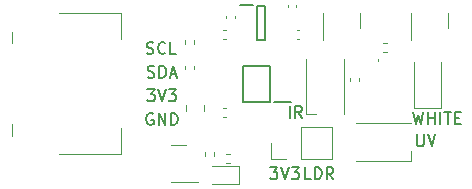
<source format=gbr>
%TF.GenerationSoftware,KiCad,Pcbnew,(6.0.0)*%
%TF.CreationDate,2022-11-23T19:14:59+00:00*%
%TF.ProjectId,Grove-Spectra,47726f76-652d-4537-9065-637472612e6b,A*%
%TF.SameCoordinates,Original*%
%TF.FileFunction,Legend,Top*%
%TF.FilePolarity,Positive*%
%FSLAX46Y46*%
G04 Gerber Fmt 4.6, Leading zero omitted, Abs format (unit mm)*
G04 Created by KiCad (PCBNEW (6.0.0)) date 2022-11-23 19:14:59*
%MOMM*%
%LPD*%
G01*
G04 APERTURE LIST*
%ADD10C,0.150000*%
%ADD11C,0.120000*%
%ADD12C,0.100000*%
%ADD13C,0.200000*%
G04 APERTURE END LIST*
D10*
X155485714Y-92852380D02*
X155485714Y-93661904D01*
X155533333Y-93757142D01*
X155580952Y-93804761D01*
X155676190Y-93852380D01*
X155866666Y-93852380D01*
X155961904Y-93804761D01*
X156009523Y-93757142D01*
X156057142Y-93661904D01*
X156057142Y-92852380D01*
X156390476Y-92852380D02*
X156723809Y-93852380D01*
X157057142Y-92852380D01*
X132609523Y-86004761D02*
X132752380Y-86052380D01*
X132990476Y-86052380D01*
X133085714Y-86004761D01*
X133133333Y-85957142D01*
X133180952Y-85861904D01*
X133180952Y-85766666D01*
X133133333Y-85671428D01*
X133085714Y-85623809D01*
X132990476Y-85576190D01*
X132800000Y-85528571D01*
X132704761Y-85480952D01*
X132657142Y-85433333D01*
X132609523Y-85338095D01*
X132609523Y-85242857D01*
X132657142Y-85147619D01*
X132704761Y-85100000D01*
X132800000Y-85052380D01*
X133038095Y-85052380D01*
X133180952Y-85100000D01*
X134180952Y-85957142D02*
X134133333Y-86004761D01*
X133990476Y-86052380D01*
X133895238Y-86052380D01*
X133752380Y-86004761D01*
X133657142Y-85909523D01*
X133609523Y-85814285D01*
X133561904Y-85623809D01*
X133561904Y-85480952D01*
X133609523Y-85290476D01*
X133657142Y-85195238D01*
X133752380Y-85100000D01*
X133895238Y-85052380D01*
X133990476Y-85052380D01*
X134133333Y-85100000D01*
X134180952Y-85147619D01*
X135085714Y-86052380D02*
X134609523Y-86052380D01*
X134609523Y-85052380D01*
X155176190Y-90952380D02*
X155414285Y-91952380D01*
X155604761Y-91238095D01*
X155795238Y-91952380D01*
X156033333Y-90952380D01*
X156414285Y-91952380D02*
X156414285Y-90952380D01*
X156414285Y-91428571D02*
X156985714Y-91428571D01*
X156985714Y-91952380D02*
X156985714Y-90952380D01*
X157461904Y-91952380D02*
X157461904Y-90952380D01*
X157795238Y-90952380D02*
X158366666Y-90952380D01*
X158080952Y-91952380D02*
X158080952Y-90952380D01*
X158700000Y-91428571D02*
X159033333Y-91428571D01*
X159176190Y-91952380D02*
X158700000Y-91952380D01*
X158700000Y-90952380D01*
X159176190Y-90952380D01*
X143061904Y-95652380D02*
X143680952Y-95652380D01*
X143347619Y-96033333D01*
X143490476Y-96033333D01*
X143585714Y-96080952D01*
X143633333Y-96128571D01*
X143680952Y-96223809D01*
X143680952Y-96461904D01*
X143633333Y-96557142D01*
X143585714Y-96604761D01*
X143490476Y-96652380D01*
X143204761Y-96652380D01*
X143109523Y-96604761D01*
X143061904Y-96557142D01*
X143966666Y-95652380D02*
X144300000Y-96652380D01*
X144633333Y-95652380D01*
X144871428Y-95652380D02*
X145490476Y-95652380D01*
X145157142Y-96033333D01*
X145300000Y-96033333D01*
X145395238Y-96080952D01*
X145442857Y-96128571D01*
X145490476Y-96223809D01*
X145490476Y-96461904D01*
X145442857Y-96557142D01*
X145395238Y-96604761D01*
X145300000Y-96652380D01*
X145014285Y-96652380D01*
X144919047Y-96604761D01*
X144871428Y-96557142D01*
X144700000Y-91452380D02*
X144700000Y-90452380D01*
X145747619Y-91452380D02*
X145414285Y-90976190D01*
X145176190Y-91452380D02*
X145176190Y-90452380D01*
X145557142Y-90452380D01*
X145652380Y-90500000D01*
X145700000Y-90547619D01*
X145747619Y-90642857D01*
X145747619Y-90785714D01*
X145700000Y-90880952D01*
X145652380Y-90928571D01*
X145557142Y-90976190D01*
X145176190Y-90976190D01*
X133138095Y-91100000D02*
X133042857Y-91052380D01*
X132900000Y-91052380D01*
X132757142Y-91100000D01*
X132661904Y-91195238D01*
X132614285Y-91290476D01*
X132566666Y-91480952D01*
X132566666Y-91623809D01*
X132614285Y-91814285D01*
X132661904Y-91909523D01*
X132757142Y-92004761D01*
X132900000Y-92052380D01*
X132995238Y-92052380D01*
X133138095Y-92004761D01*
X133185714Y-91957142D01*
X133185714Y-91623809D01*
X132995238Y-91623809D01*
X133614285Y-92052380D02*
X133614285Y-91052380D01*
X134185714Y-92052380D01*
X134185714Y-91052380D01*
X134661904Y-92052380D02*
X134661904Y-91052380D01*
X134900000Y-91052380D01*
X135042857Y-91100000D01*
X135138095Y-91195238D01*
X135185714Y-91290476D01*
X135233333Y-91480952D01*
X135233333Y-91623809D01*
X135185714Y-91814285D01*
X135138095Y-91909523D01*
X135042857Y-92004761D01*
X134900000Y-92052380D01*
X134661904Y-92052380D01*
X132685714Y-88004761D02*
X132828571Y-88052380D01*
X133066666Y-88052380D01*
X133161904Y-88004761D01*
X133209523Y-87957142D01*
X133257142Y-87861904D01*
X133257142Y-87766666D01*
X133209523Y-87671428D01*
X133161904Y-87623809D01*
X133066666Y-87576190D01*
X132876190Y-87528571D01*
X132780952Y-87480952D01*
X132733333Y-87433333D01*
X132685714Y-87338095D01*
X132685714Y-87242857D01*
X132733333Y-87147619D01*
X132780952Y-87100000D01*
X132876190Y-87052380D01*
X133114285Y-87052380D01*
X133257142Y-87100000D01*
X133685714Y-88052380D02*
X133685714Y-87052380D01*
X133923809Y-87052380D01*
X134066666Y-87100000D01*
X134161904Y-87195238D01*
X134209523Y-87290476D01*
X134257142Y-87480952D01*
X134257142Y-87623809D01*
X134209523Y-87814285D01*
X134161904Y-87909523D01*
X134066666Y-88004761D01*
X133923809Y-88052380D01*
X133685714Y-88052380D01*
X134638095Y-87766666D02*
X135114285Y-87766666D01*
X134542857Y-88052380D02*
X134876190Y-87052380D01*
X135209523Y-88052380D01*
X132661904Y-89052380D02*
X133280952Y-89052380D01*
X132947619Y-89433333D01*
X133090476Y-89433333D01*
X133185714Y-89480952D01*
X133233333Y-89528571D01*
X133280952Y-89623809D01*
X133280952Y-89861904D01*
X133233333Y-89957142D01*
X133185714Y-90004761D01*
X133090476Y-90052380D01*
X132804761Y-90052380D01*
X132709523Y-90004761D01*
X132661904Y-89957142D01*
X133566666Y-89052380D02*
X133900000Y-90052380D01*
X134233333Y-89052380D01*
X134471428Y-89052380D02*
X135090476Y-89052380D01*
X134757142Y-89433333D01*
X134900000Y-89433333D01*
X134995238Y-89480952D01*
X135042857Y-89528571D01*
X135090476Y-89623809D01*
X135090476Y-89861904D01*
X135042857Y-89957142D01*
X134995238Y-90004761D01*
X134900000Y-90052380D01*
X134614285Y-90052380D01*
X134519047Y-90004761D01*
X134471428Y-89957142D01*
X146509523Y-96652380D02*
X146033333Y-96652380D01*
X146033333Y-95652380D01*
X146842857Y-96652380D02*
X146842857Y-95652380D01*
X147080952Y-95652380D01*
X147223809Y-95700000D01*
X147319047Y-95795238D01*
X147366666Y-95890476D01*
X147414285Y-96080952D01*
X147414285Y-96223809D01*
X147366666Y-96414285D01*
X147319047Y-96509523D01*
X147223809Y-96604761D01*
X147080952Y-96652380D01*
X146842857Y-96652380D01*
X148414285Y-96652380D02*
X148080952Y-96176190D01*
X147842857Y-96652380D02*
X147842857Y-95652380D01*
X148223809Y-95652380D01*
X148319047Y-95700000D01*
X148366666Y-95747619D01*
X148414285Y-95842857D01*
X148414285Y-95985714D01*
X148366666Y-96080952D01*
X148319047Y-96128571D01*
X148223809Y-96176190D01*
X147842857Y-96176190D01*
D11*
%TO.C,R1*%
X139036359Y-84780000D02*
X139343641Y-84780000D01*
X139036359Y-84020000D02*
X139343641Y-84020000D01*
D12*
%TO.C,IC2*%
X152200000Y-86600000D02*
X152200000Y-86600000D01*
X152200000Y-86500000D02*
X152200000Y-86500000D01*
X152200000Y-86500000D02*
G75*
G03*
X152200000Y-86600000I0J-50000D01*
G01*
X152200000Y-86600000D02*
G75*
G03*
X152200000Y-86500000I0J50000D01*
G01*
D11*
%TO.C,C2*%
X144540000Y-82107836D02*
X144540000Y-81892164D01*
X145260000Y-82107836D02*
X145260000Y-81892164D01*
%TO.C,R2*%
X136580000Y-87353641D02*
X136580000Y-87046359D01*
X135820000Y-87353641D02*
X135820000Y-87046359D01*
%TO.C,R4*%
X152646359Y-85120000D02*
X152953641Y-85120000D01*
X152646359Y-85880000D02*
X152953641Y-85880000D01*
%TO.C,Q2*%
X147540000Y-83200000D02*
X147540000Y-82550000D01*
X150660000Y-83200000D02*
X150660000Y-82550000D01*
X150660000Y-83200000D02*
X150660000Y-83850000D01*
X147540000Y-83200000D02*
X147540000Y-84875000D01*
D12*
%TO.C,J1*%
X125175000Y-94550000D02*
X130400000Y-94550000D01*
X125175000Y-82550000D02*
X130400000Y-82550000D01*
X130400000Y-82550000D02*
X130400000Y-84750000D01*
D11*
X121200000Y-91950000D02*
X121200000Y-92950000D01*
D12*
X130400000Y-94550000D02*
X130400000Y-92350000D01*
D11*
X121200000Y-84150000D02*
X121200000Y-85150000D01*
%TO.C,D1*%
X155265000Y-90585000D02*
X157535000Y-90585000D01*
X155265000Y-86700000D02*
X155265000Y-90585000D01*
X157535000Y-90585000D02*
X157535000Y-86700000D01*
%TO.C,C4*%
X150560000Y-88092164D02*
X150560000Y-88307836D01*
X149840000Y-88092164D02*
X149840000Y-88307836D01*
%TO.C,D3*%
X150350000Y-91900000D02*
X155000000Y-91900000D01*
X155000000Y-95100000D02*
X155000000Y-94300000D01*
X150350000Y-95100000D02*
X155000000Y-95100000D01*
%TO.C,R5*%
X139653641Y-95280000D02*
X139346359Y-95280000D01*
X139653641Y-94520000D02*
X139346359Y-94520000D01*
%TO.C,C3*%
X139307836Y-90640000D02*
X139092164Y-90640000D01*
X139307836Y-91360000D02*
X139092164Y-91360000D01*
%TO.C,R6*%
X138280000Y-94346359D02*
X138280000Y-94653641D01*
X137520000Y-94346359D02*
X137520000Y-94653641D01*
%TO.C,C1*%
X140060000Y-82792164D02*
X140060000Y-83007836D01*
X139340000Y-82792164D02*
X139340000Y-83007836D01*
%TO.C,C6*%
X145292164Y-84760000D02*
X145507836Y-84760000D01*
X145292164Y-84040000D02*
X145507836Y-84040000D01*
D13*
%TO.C,IC1*%
X143050000Y-90100000D02*
X140750000Y-90100000D01*
X144825000Y-90150000D02*
X143400000Y-90150000D01*
X140750000Y-90100000D02*
X140750000Y-87100000D01*
X143050000Y-87100000D02*
X143050000Y-90100000D01*
X140750000Y-87100000D02*
X143050000Y-87100000D01*
D11*
%TO.C,C5*%
X135965000Y-90338748D02*
X135965000Y-90861252D01*
X137435000Y-90338748D02*
X137435000Y-90861252D01*
%TO.C,D4*%
X138100000Y-97035000D02*
X140385000Y-97035000D01*
X140385000Y-95565000D02*
X138100000Y-95565000D01*
X140385000Y-97035000D02*
X140385000Y-95565000D01*
D13*
%TO.C,IC3*%
X141975000Y-81950000D02*
X142625000Y-81950000D01*
X142625000Y-84850000D02*
X141975000Y-84850000D01*
X141975000Y-84850000D02*
X141975000Y-81950000D01*
X142625000Y-81950000D02*
X142625000Y-84850000D01*
X140475000Y-81900000D02*
X141625000Y-81900000D01*
D11*
%TO.C,Q1*%
X154990000Y-83200000D02*
X154990000Y-84875000D01*
X154990000Y-83200000D02*
X154990000Y-82550000D01*
X158110000Y-83200000D02*
X158110000Y-83850000D01*
X158110000Y-83200000D02*
X158110000Y-82550000D01*
%TO.C,R3*%
X136580000Y-84856359D02*
X136580000Y-85163641D01*
X135820000Y-84856359D02*
X135820000Y-85163641D01*
%TO.C,J2*%
X145695000Y-94930000D02*
X145695000Y-92270000D01*
X143095000Y-94930000D02*
X143095000Y-93600000D01*
X144425000Y-94930000D02*
X143095000Y-94930000D01*
X148295000Y-94930000D02*
X148295000Y-92270000D01*
X145695000Y-92270000D02*
X148295000Y-92270000D01*
X145695000Y-94930000D02*
X148295000Y-94930000D01*
%TO.C,Q3*%
X135300000Y-93740000D02*
X134650000Y-93740000D01*
X135300000Y-93740000D02*
X135950000Y-93740000D01*
X135300000Y-96860000D02*
X136975000Y-96860000D01*
X135300000Y-96860000D02*
X134650000Y-96860000D01*
%TO.C,D2*%
X146100000Y-86450000D02*
X146100000Y-91100000D01*
X149300000Y-86450000D02*
X149300000Y-91100000D01*
X146100000Y-91100000D02*
X146900000Y-91100000D01*
%TD*%
M02*

</source>
